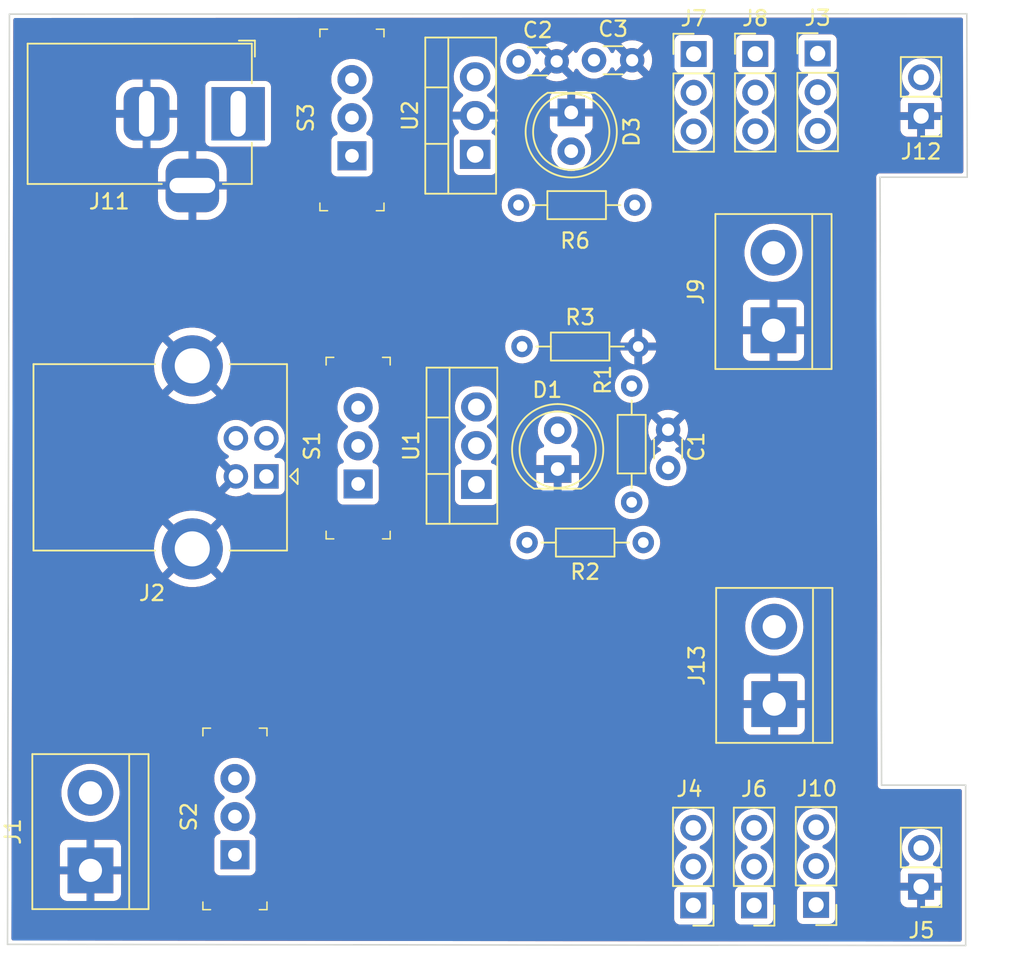
<source format=kicad_pcb>
(kicad_pcb (version 20211014) (generator pcbnew)
  (layers (0 "F.Cu" signal) (31 "B.Cu" signal) (34 "B.Paste" user) (35 "F.Paste" user) (36 "B.SilkS" user "B.Silkscreen") (37 "F.SilkS" user "F.Silkscreen") (38 "B.Mask" user) (39 "F.Mask" user) (44 "Edge.Cuts" user))
  (net 0 "")
  (net 1 "/3V3_Regulator")
  (net 2 "GND")
  (net 3 "/12V_BarrelJack")
  (net 4 "/5V_Regulator")
  (net 5 "Net-(D1-Pad2)")
  (net 6 "Net-(D3-Pad2)")
  (net 7 "Net-(J1-Pad2)")
  (net 8 "Net-(J2-Pad1)")
  (net 11 "/V_USB{slash}Regulator")
  (net 12 "Net-(J3-Pad2)")
  (net 13 "/V_ScrewTerminal")
  (net 14 "Net-(J4-Pad2)")
  (net 15 "/5V_USB")
  (net 16 "/V_Regulator{slash}USB")
  (net 17 "Net-(J7-Pad2)")
  (net 18 "Net-(J10-Pad2)")
  (net 19 "Net-(J11-Pad1)")
  (net 20 "Net-(R2-Pad2)")
  (footprint "digikey-footprints:Switch_Slide_11.6x4mm_EG1218" (layer "F.Cu") (at 173.482 78.6562 90)
    (fp_text reference "S1" (at 2.49 -3.02 90) (layer "F.SilkS"))
    (fp_text value "EG1218")
    (fp_line (start 8.3 2.1) (end 8.3 1.6) (layer "F.SilkS") (width 0.1))
    (fp_line (start -3.6 2.1) (end -3.1 2.1) (layer "F.SilkS") (width 0.1))
    (fp_line (start 8.3 -2.1) (end 8.3 -1.6) (layer "F.SilkS") (width 0.1))
    (fp_line (start -3.6 2.1) (end -3.6 1.6) (layer "F.SilkS") (width 0.1))
    (fp_line (start -3.6 -2.1) (end -3.6 -1.6) (layer "F.SilkS") (width 0.1))
    (fp_line (start 8.3 -2.1) (end 7.8 -2.1) (layer "F.SilkS") (width 0.1))
    (fp_line (start -3.6 -2.1) (end -3.1 -2.1) (layer "F.SilkS") (width 0.1))
    (fp_line (start 8.3 2.1) (end 7.8 2.1) (layer "F.SilkS") (width 0.1))
    (pad "1" thru_hole rect locked (at 0 0 90) (size 1.9 1.9) (drill 0.9) (layers *.Cu *.Mask) (net 15 "/5V_USB"))
    (pad "2" thru_hole circle locked (at 2.5 0 90) (size 1.9 1.9) (drill 0.9) (layers *.Cu *.Mask) (net 8 "Net-(J2-Pad1)"))
    (pad "3" thru_hole circle locked (at 5 0 90) (size 1.9 1.9) (drill 0.9) (layers *.Cu *.Mask))
  )
  (footprint "Resistor_THT:R_Axial_DIN0204_L3.6mm_D1.6mm_P7.62mm_Horizontal" (layer "F.Cu") (at 191.4144 79.8576 90)
    (fp_text reference "R1" (at 8.0264 -1.8796 90) (layer "F.SilkS"))
    (fp_text value "220")
    (fp_line (start 1.89 0.92) (end 5.73 0.92) (layer "F.SilkS") (width 0.12))
    (fp_line (start 6.68 0) (end 5.73 0) (layer "F.SilkS") (width 0.12))
    (fp_line (start 1.89 -0.92) (end 1.89 0.92) (layer "F.SilkS") (width 0.12))
    (fp_line (start 5.73 0.92) (end 5.73 -0.92) (layer "F.SilkS") (width 0.12))
    (fp_line (start 5.73 -0.92) (end 1.89 -0.92) (layer "F.SilkS") (width 0.12))
    (fp_line (start 0.94 0) (end 1.89 0) (layer "F.SilkS") (width 0.12))
    (pad "1" thru_hole circle (at 0 0 90) (size 1.4 1.4) (drill 0.7) (layers *.Cu *.Mask) (net 15 "/5V_USB"))
    (pad "2" thru_hole oval (at 7.62 0 90) (size 1.4 1.4) (drill 0.7) (layers *.Cu *.Mask) (net 5 "Net-(D1-Pad2)"))
  )
  (footprint "TerminalBlock:TerminalBlock_bornier-2_P5.08mm" (layer "F.Cu") (at 155.9306 103.9876 90)
    (fp_text reference "J1" (at 2.54 -5.08 90) (layer "F.SilkS"))
    (fp_text value "Screw_Terminal_01x02")
    (fp_line (start -2.54 3.81) (end 7.62 3.81) (layer "F.SilkS") (width 0.12))
    (fp_line (start 7.62 3.81) (end 7.62 -3.81) (layer "F.SilkS") (width 0.12))
    (fp_line (start 7.62 -3.81) (end -2.54 -3.81) (layer "F.SilkS") (width 0.12))
    (fp_line (start 7.62 2.54) (end -2.54 2.54) (layer "F.SilkS") (width 0.12))
    (fp_line (start -2.54 -3.81) (end -2.54 3.81) (layer "F.SilkS") (width 0.12))
    (pad "1" thru_hole rect (at 0 0 90) (size 3 3) (drill 1.52) (layers *.Cu *.Mask) (net 2 "GND"))
    (pad "2" thru_hole circle (at 5.08 0 90) (size 3 3) (drill 1.52) (layers *.Cu *.Mask) (net 7 "Net-(J1-Pad2)"))
  )
  (footprint "digikey-footprints:Switch_Slide_11.6x4mm_EG1218" (layer "F.Cu") (at 165.4048 102.964 90)
    (fp_text reference "S2" (at 2.49 -3.02 90) (layer "F.SilkS"))
    (fp_text value "EG1218")
    (fp_line (start 8.3 2.1) (end 7.8 2.1) (layer "F.SilkS") (width 0.1))
    (fp_line (start 8.3 2.1) (end 8.3 1.6) (layer "F.SilkS") (width 0.1))
    (fp_line (start -3.6 -2.1) (end -3.1 -2.1) (layer "F.SilkS") (width 0.1))
    (fp_line (start 8.3 -2.1) (end 7.8 -2.1) (layer "F.SilkS") (width 0.1))
    (fp_line (start -3.6 2.1) (end -3.1 2.1) (layer "F.SilkS") (width 0.1))
    (fp_line (start -3.6 -2.1) (end -3.6 -1.6) (layer "F.SilkS") (width 0.1))
    (fp_line (start 8.3 -2.1) (end 8.3 -1.6) (layer "F.SilkS") (width 0.1))
    (fp_line (start -3.6 2.1) (end -3.6 1.6) (layer "F.SilkS") (width 0.1))
    (pad "1" thru_hole rect locked (at 0 0 90) (size 1.9 1.9) (drill 0.9) (layers *.Cu *.Mask) (net 13 "/V_ScrewTerminal"))
    (pad "2" thru_hole circle locked (at 2.5 0 90) (size 1.9 1.9) (drill 0.9) (layers *.Cu *.Mask) (net 7 "Net-(J1-Pad2)"))
    (pad "3" thru_hole circle locked (at 5 0 90) (size 1.9 1.9) (drill 0.9) (layers *.Cu *.Mask))
  )
  (footprint "Package_TO_SOT_THT:TO-220-3_Vertical" (layer "F.Cu") (at 181.2342 78.6892 90)
    (fp_text reference "U1" (at 2.54 -4.27 90) (layer "F.SilkS"))
    (fp_text value "LM317_TO-220")
    (fp_line (start 4.391 -3.27) (end 4.391 -1.76) (layer "F.SilkS") (width 0.12))
    (fp_line (start 0.69 -3.27) (end 0.69 -1.76) (layer "F.SilkS") (width 0.12))
    (fp_line (start -2.58 -1.76) (end 7.66 -1.76) (layer "F.SilkS") (width 0.12))
    (fp_line (start 7.66 -3.27) (end 7.66 1.371) (layer "F.SilkS") (width 0.12))
    (fp_line (start -2.58 -3.27) (end -2.58 1.371) (layer "F.SilkS") (width 0.12))
    (fp_line (start -2.58 1.371) (end 7.66 1.371) (layer "F.SilkS") (width 0.12))
    (fp_line (start -2.58 -3.27) (end 7.66 -3.27) (layer "F.SilkS") (width 0.12))
    (pad "1" thru_hole rect (at 0 0 90) (size 1.905 2) (drill 1.1) (layers *.Cu *.Mask) (net 20 "Net-(R2-Pad2)"))
    (pad "2" thru_hole oval (at 2.54 0 90) (size 1.905 2) (drill 1.1) (layers *.Cu *.Mask) (net 1 "/3V3_Regulator"))
    (pad "3" thru_hole oval (at 5.08 0 90) (size 1.905 2) (drill 1.1) (layers *.Cu *.Mask) (net 3 "/12V_BarrelJack"))
  )
  (footprint "LED_THT:LED_D5.0mm" (layer "F.Cu") (at 186.563 77.6782 90)
    (fp_text reference "D1" (at 5.1866 -0.6858 180) (layer "F.SilkS"))
    (fp_text value "LED")
    (fp_line (start -1.29 -1.545) (end -1.29 1.545) (layer "F.SilkS") (width 0.12))
    (fp_arc (start -1.29 -1.54483) (mid 2.072002 -2.880433) (end 4.26 0.000462) (layer "F.SilkS") (width 0.12))
    (fp_arc (start 4.26 -0.000462) (mid 2.072002 2.880433) (end -1.29 1.54483) (layer "F.SilkS") (width 0.12))
    (fp_circle (center 1.27 0) (end 3.77 0) (layer "F.SilkS") (width 0.12) (fill none))
    (pad "1" thru_hole rect (at 0 0 90) (size 1.8 1.8) (drill 0.9) (layers *.Cu *.Mask) (net 2 "GND"))
    (pad "2" thru_hole circle (at 2.54 0 90) (size 1.8 1.8) (drill 0.9) (layers *.Cu *.Mask) (net 5 "Net-(D1-Pad2)"))
  )
  (footprint "Capacitor_THT:C_Disc_D3.0mm_W1.6mm_P2.50mm" (layer "F.Cu") (at 193.802 77.6024 90)
    (fp_text reference "C1" (at 1.377 1.8542 90) (layer "F.SilkS"))
    (fp_text value "1u")
    (fp_line (start 0.621 -0.92) (end 1.879 -0.92) (layer "F.SilkS") (width 0.12))
    (fp_line (start 0.621 0.92) (end 1.879 0.92) (layer "F.SilkS") (width 0.12))
    (pad "1" thru_hole circle (at 0 0 90) (size 1.6 1.6) (drill 0.8) (layers *.Cu *.Mask) (net 1 "/3V3_Regulator"))
    (pad "2" thru_hole circle (at 2.5 0 90) (size 1.6 1.6) (drill 0.8) (layers *.Cu *.Mask) (net 2 "GND"))
  )
  (footprint "Connector_PinHeader_2.54mm:PinHeader_1x03_P2.54mm_Vertical" (layer "F.Cu") (at 203.6064 50.434)
    (fp_text reference "J3" (at 0 -2.33) (layer "F.SilkS"))
    (fp_text value "Conn_01x03_Male")
    (fp_line (start -1.33 0) (end -1.33 -1.33) (layer "F.SilkS") (width 0.12))
    (fp_line (start -1.33 1.27) (end -1.33 6.41) (layer "F.SilkS") (width 0.12))
    (fp_line (start -1.33 1.27) (end 1.33 1.27) (layer "F.SilkS") (width 0.12))
    (fp_line (start 1.33 1.27) (end 1.33 6.41) (layer "F.SilkS") (width 0.12))
    (fp_line (start -1.33 6.41) (end 1.33 6.41) (layer "F.SilkS") (width 0.12))
    (fp_line (start -1.33 -1.33) (end 0 -1.33) (layer "F.SilkS") (width 0.12))
    (pad "1" thru_hole rect (at 0 0) (size 1.7 1.7) (drill 1) (layers *.Cu *.Mask) (net 11 "/V_USB{slash}Regulator"))
    (pad "2" thru_hole oval (at 0 2.54) (size 1.7 1.7) (drill 1) (layers *.Cu *.Mask) (net 12 "Net-(J3-Pad2)"))
    (pad "3" thru_hole oval (at 0 5.08) (size 1.7 1.7) (drill 1) (layers *.Cu *.Mask) (net 13 "/V_ScrewTerminal"))
  )
  (footprint "Resistor_THT:R_Axial_DIN0204_L3.6mm_D1.6mm_P7.62mm_Horizontal" (layer "F.Cu") (at 183.9976 60.3758)
    (fp_text reference "R6" (at 3.7084 2.3368) (layer "F.SilkS"))
    (fp_text value "330")
    (fp_line (start 1.89 -0.92) (end 1.89 0.92) (layer "F.SilkS") (width 0.12))
    (fp_line (start 1.89 0.92) (end 5.73 0.92) (layer "F.SilkS") (width 0.12))
    (fp_line (start 6.68 0) (end 5.73 0) (layer "F.SilkS") (width 0.12))
    (fp_line (start 5.73 0.92) (end 5.73 -0.92) (layer "F.SilkS") (width 0.12))
    (fp_line (start 5.73 -0.92) (end 1.89 -0.92) (layer "F.SilkS") (width 0.12))
    (fp_line (start 0.94 0) (end 1.89 0) (layer "F.SilkS") (width 0.12))
    (pad "1" thru_hole circle (at 0 0) (size 1.4 1.4) (drill 0.7) (layers *.Cu *.Mask) (net 3 "/12V_BarrelJack"))
    (pad "2" thru_hole oval (at 7.62 0) (size 1.4 1.4) (drill 0.7) (layers *.Cu *.Mask) (net 6 "Net-(D3-Pad2)"))
  )
  (footprint "Connector_PinHeader_2.54mm:PinHeader_1x03_P2.54mm_Vertical" (layer "F.Cu") (at 203.5048 106.2482 180)
    (fp_text reference "J10" (at -0.0508 7.62) (layer "F.SilkS"))
    (fp_text value "Conn_01x03_Male")
    (fp_line (start -1.33 6.41) (end 1.33 6.41) (layer "F.SilkS") (width 0.12))
    (fp_line (start -1.33 -1.33) (end 0 -1.33) (layer "F.SilkS") (width 0.12))
    (fp_line (start -1.33 1.27) (end -1.33 6.41) (layer "F.SilkS") (width 0.12))
    (fp_line (start -1.33 0) (end -1.33 -1.33) (layer "F.SilkS") (width 0.12))
    (fp_line (start -1.33 1.27) (end 1.33 1.27) (layer "F.SilkS") (width 0.12))
    (fp_line (start 1.33 1.27) (end 1.33 6.41) (layer "F.SilkS") (width 0.12))
    (pad "1" thru_hole rect (at 0 0 180) (size 1.7 1.7) (drill 1) (layers *.Cu *.Mask) (net 11 "/V_USB{slash}Regulator"))
    (pad "2" thru_hole oval (at 0 2.54 180) (size 1.7 1.7) (drill 1) (layers *.Cu *.Mask) (net 18 "Net-(J10-Pad2)"))
    (pad "3" thru_hole oval (at 0 5.08 180) (size 1.7 1.7) (drill 1) (layers *.Cu *.Mask) (net 13 "/V_ScrewTerminal"))
  )
  (footprint "Connector_BarrelJack:BarrelJack_Horizontal" (layer "F.Cu") (at 165.6136 54.3891)
    (fp_text reference "J11" (at -8.45 5.75) (layer "F.SilkS"))
    (fp_text value "Barrel_Jack_Switch")
    (fp_line (start 0.9 -4.6) (end 0.9 -2) (layer "F.SilkS") (width 0.12))
    (fp_line (start 0.9 1.9) (end 0.9 4.6) (layer "F.SilkS") (width 0.12))
    (fp_line (start 1.1 -3.75) (end 1.1 -4.8) (layer "F.SilkS") (width 0.12))
    (fp_line (start -13.8 -4.6) (end 0.9 -4.6) (layer "F.SilkS") (width 0.12))
    (fp_line (start 0.05 -4.8) (end 1.1 -4.8) (layer "F.SilkS") (width 0.12))
    (fp_line (start 0.9 4.6) (end -1 4.6) (layer "F.SilkS") (width 0.12))
    (fp_line (start -5 4.6) (end -13.8 4.6) (layer "F.SilkS") (width 0.12))
    (fp_line (start -13.8 4.6) (end -13.8 -4.6) (layer "F.SilkS") (width 0.12))
    (pad "1" thru_hole rect (at 0 0) (size 3.5 3.5) (drill oval 1 3) (layers *.Cu *.Mask) (net 19 "Net-(J11-Pad1)"))
    (pad "2" thru_hole roundrect (at -6 0) (size 3 3.5) (drill oval 1 3) (layers *.Cu *.Mask) (net 2 "GND"))
    (pad "3" thru_hole roundrect (at -3 4.7) (size 3.5 3.5) (drill oval 3 1) (layers *.Cu *.Mask) (net 2 "GND"))
  )
  (footprint "Connector_USB:USB_B_Lumberg_2411_02_Horizontal" (layer "F.Cu") (at 167.4679 78.1612 180)
    (fp_text reference "J2" (at 7.5 -7.65) (layer "F.SilkS"))
    (fp_text value "USB_B")
    (fp_line (start 15.27 7.36) (end 7.3 7.36) (layer "F.SilkS") (width 0.12))
    (fp_line (start 15.27 7.36) (end 15.27 -4.86) (layer "F.SilkS") (width 0.12))
    (fp_line (start -1.35 -4.86) (end 2.4 -4.86) (layer "F.SilkS") (width 0.12))
    (fp_line (start -1.35 7.36) (end 2.4 7.36) (layer "F.SilkS") (width 0.12))
    (fp_line (start -1.35 7.36) (end -1.35 -4.86) (layer "F.SilkS") (width 0.12))
    (fp_line (start -1.55 0) (end -2.05 -0.5) (layer "F.SilkS") (width 0.12))
    (fp_line (start -2.05 0.5) (end -1.55 0) (layer "F.SilkS") (width 0.12))
    (fp_line (start -2.05 -0.5) (end -2.05 0.5) (layer "F.SilkS") (width 0.12))
    (fp_line (start 15.27 -4.86) (end 7.3 -4.86) (layer "F.SilkS") (width 0.12))
    (pad "1" thru_hole rect (at 0 0 270) (size 1.6 1.6) (drill 0.95) (layers *.Cu *.Mask) (net 8 "Net-(J2-Pad1)"))
    (pad "2" thru_hole circle (at 0 2.5 270) (size 1.6 1.6) (drill 0.95) (layers *.Cu *.Mask))
    (pad "3" thru_hole circle (at 2 2.5 270) (size 1.6 1.6) (drill 0.95) (layers *.Cu *.Mask))
    (pad "4" thru_hole circle (at 2 0 270) (size 1.6 1.6) (drill 0.95) (layers *.Cu *.Mask) (net 2 "GND"))
    (pad "5" thru_hole circle (at 4.86 7.25 270) (size 4 4) (drill 2.3) (layers *.Cu *.Mask) (net 2 "GND"))
    (pad "5" thru_hole circle (at 4.86 -4.75 270) (size 4 4) (drill 2.3) (layers *.Cu *.Mask) (net 2 "GND"))
  )
  (footprint "Resistor_THT:R_Axial_DIN0204_L3.6mm_D1.6mm_P7.62mm_Horizontal" (layer "F.Cu") (at 184.2262 69.6468)
    (fp_text reference "R3" (at 3.81 -1.92) (layer "F.SilkS"))
    (fp_text value "560")
    (fp_line (start 1.89 0.92) (end 5.73 0.92) (layer "F.SilkS") (width 0.12))
    (fp_line (start 6.68 0) (end 5.73 0) (layer "F.SilkS") (width 0.12))
    (fp_line (start 1.89 -0.92) (end 1.89 0.92) (layer "F.SilkS") (width 0.12))
    (fp_line (start 5.73 0.92) (end 5.73 -0.92) (layer "F.SilkS") (width 0.12))
    (fp_line (start 0.94 0) (end 1.89 0) (layer "F.SilkS") (width 0.12))
    (fp_line (start 5.73 -0.92) (end 1.89 -0.92) (layer "F.SilkS") (width 0.12))
    (pad "1" thru_hole circle (at 0 0) (size 1.4 1.4) (drill 0.7) (layers *.Cu *.Mask) (net 20 "Net-(R2-Pad2)"))
    (pad "2" thru_hole oval (at 7.62 0) (size 1.4 1.4) (drill 0.7) (layers *.Cu *.Mask) (net 2 "GND"))
  )
  (footprint "TerminalBlock:TerminalBlock_bornier-2_P5.08mm" (layer "F.Cu") (at 200.7108 68.58 90)
    (fp_text reference "J9" (at 2.54 -5.08 90) (layer "F.SilkS"))
    (fp_text value "Screw_Terminal_01x02")
    (fp_line (start 7.62 -3.81) (end -2.54 -3.81) (layer "F.SilkS") (width 0.12))
    (fp_line (start -2.54 3.81) (end 7.62 3.81) (layer "F.SilkS") (width 0.12))
    (fp_line (start -2.54 -3.81) (end -2.54 3.81) (layer "F.SilkS") (width 0.12))
    (fp_line (start 7.62 3.81) (end 7.62 -3.81) (layer "F.SilkS") (width 0.12))
    (fp_line (start 7.62 2.54) (end -2.54 2.54) (layer "F.SilkS") (width 0.12))
    (pad "1" thru_hole rect (at 0 0 90) (size 3 3) (drill 1.52) (layers *.Cu *.Mask) (net 2 "GND"))
    (pad "2" thru_hole circle (at 5.08 0 90) (size 3 3) (drill 1.52) (layers *.Cu *.Mask) (net 12 "Net-(J3-Pad2)"))
  )
  (footprint "TerminalBlock:TerminalBlock_bornier-2_P5.08mm" (layer "F.Cu") (at 200.7616 93.091 90)
    (fp_text reference "J13" (at 2.54 -5.08 90) (layer "F.SilkS"))
    (fp_text value "Screw_Terminal_01x02")
    (fp_line (start -2.54 -3.81) (end -2.54 3.81) (layer "F.SilkS") (width 0.12))
    (fp_line (start -2.54 3.81) (end 7.62 3.81) (layer "F.SilkS") (width 0.12))
    (fp_line (start 7.62 3.81) (end 7.62 -3.81) (layer "F.SilkS") (width 0.12))
    (fp_line (start 7.62 -3.81) (end -2.54 -3.81) (layer "F.SilkS") (width 0.12))
    (fp_line (start 7.62 2.54) (end -2.54 2.54) (layer "F.SilkS") (width 0.12))
    (pad "1" thru_hole rect (at 0 0 90) (size 3 3) (drill 1.52) (layers *.Cu *.Mask) (net 2 "GND"))
    (pad "2" thru_hole circle (at 5.08 0 90) (size 3 3) (drill 1.52) (layers *.Cu *.Mask) (net 18 "Net-(J10-Pad2)"))
  )
  (footprint "LED_THT:LED_D5.0mm" (layer "F.Cu") (at 187.452 54.3002 -90)
    (fp_text reference "D3" (at 1.27 -3.96 90) (layer "F.SilkS"))
    (fp_text value "LED")
    (fp_line (start -1.29 -1.545) (end -1.29 1.545) (layer "F.SilkS") (width 0.12))
    (fp_arc (start 4.26 -0.000462) (mid 2.072002 2.880433) (end -1.29 1.54483) (layer "F.SilkS") (width 0.12))
    (fp_arc (start -1.29 -1.54483) (mid 2.072002 -2.880433) (end 4.26 0.000462) (layer "F.SilkS") (width 0.12))
    (fp_circle (center 1.27 0) (end 3.77 0) (layer "F.SilkS") (width 0.12) (fill none))
    (pad "1" thru_hole rect (at 0 0 270) (size 1.8 1.8) (drill 0.9) (layers *.Cu *.Mask) (net 2 "GND"))
    (pad "2" thru_hole circle (at 2.54 0 270) (size 1.8 1.8) (drill 0.9) (layers *.Cu *.Mask) (net 6 "Net-(D3-Pad2)"))
  )
  (footprint "Connector_PinHeader_2.54mm:PinHeader_1x02_P2.54mm_Vertical" (layer "F.Cu") (at 210.3882 54.5388 180)
    (fp_text reference "J12" (at 0 -2.33) (layer "F.SilkS"))
    (fp_text value "Conn_01x02_Male")
    (fp_line (start -1.33 1.27) (end 1.33 1.27) (layer "F.SilkS") (width 0.12))
    (fp_line (start -1.33 -1.33) (end 0 -1.33) (layer "F.SilkS") (width 0.12))
    (fp_line (start -1.33 0) (end -1.33 -1.33) (layer "F.SilkS") (width 0.12))
    (fp_line (start 1.33 1.27) (end 1.33 3.87) (layer "F.SilkS") (width 0.12))
    (fp_line (start -1.33 1.27) (end -1.33 3.87) (layer "F.SilkS") (width 0.12))
    (fp_line (start -1.33 3.87) (end 1.33 3.87) (layer "F.SilkS") (width 0.12))
    (pad "1" thru_hole rect locked (at 0 0 180) (size 1.7 1.7) (drill 1) (layers *.Cu *.Mask) (net 2 "GND"))
    (pad "2" thru_hole oval locked (at 0 2.54 180) (size 1.7 1.7) (drill 1) (layers *.Cu *.Mask) (net 18 "Net-(J10-Pad2)"))
  )
  (footprint "Resistor_THT:R_Axial_DIN0204_L3.6mm_D1.6mm_P7.62mm_Horizontal" (layer "F.Cu") (at 192.1764 82.4992 180)
    (fp_text reference "R2" (at 3.81 -1.92) (layer "F.SilkS"))
    (fp_text value "330")
    (fp_line (start 1.89 0.92) (end 5.73 0.92) (layer "F.SilkS") (width 0.12))
    (fp_line (start 5.73 -0.92) (end 1.89 -0.92) (layer "F.SilkS") (width 0.12))
    (fp_line (start 1.89 -0.92) (end 1.89 0.92) (layer "F.SilkS") (width 0.12))
    (fp_line (start 0.94 0) (end 1.89 0) (layer "F.SilkS") (width 0.12))
    (fp_line (start 6.68 0) (end 5.73 0) (layer "F.SilkS") (width 0.12))
    (fp_line (start 5.73 0.92) (end 5.73 -0.92) (layer "F.SilkS") (width 0.12))
    (pad "1" thru_hole circle (at 0 0 180) (size 1.4 1.4) (drill 0.7) (layers *.Cu *.Mask) (net 1 "/3V3_Regulator"))
    (pad "2" thru_hole oval (at 7.62 0 180) (size 1.4 1.4) (drill 0.7) (layers *.Cu *.Mask) (net 20 "Net-(R2-Pad2)"))
  )
  (footprint "Connector_PinHeader_2.54mm:PinHeader_1x02_P2.54mm_Vertical" (layer "F.Cu") (at 210.3882 105.0594 180)
    (fp_text reference "J5" (at -0.0254 -2.8652) (layer "F.SilkS"))
    (fp_text value "Conn_01x02_Male")
    (fp_line (start -1.33 -1.33) (end 0 -1.33) (layer "F.SilkS") (width 0.12))
    (fp_line (start -1.33 0) (end -1.33 -1.33) (layer "F.SilkS") (width 0.12))
    (fp_line (start -1.33 3.87) (end 1.33 3.87) (layer "F.SilkS") (width 0.12))
    (fp_line (start -1.33 1.27) (end 1.33 1.27) (layer "F.SilkS") (width 0.12))
    (fp_line (start -1.33 1.27) (end -1.33 3.87) (layer "F.SilkS") (width 0.12))
    (fp_line (start 1.33 1.27) (end 1.33 3.87) (layer "F.SilkS") (width 0.12))
    (pad "1" thru_hole rect locked (at 0 0 180) (size 1.7 1.7) (drill 1) (layers *.Cu *.Mask) (net 2 "GND"))
    (pad "2" thru_hole oval locked (at 0 2.54 180) (size 1.7 1.7) (drill 1) (layers *.Cu *.Mask) (net 12 "Net-(J3-Pad2)"))
  )
  (footprint "Connector_PinHeader_2.54mm:PinHeader_1x03_P2.54mm_Vertical" (layer "F.Cu") (at 199.4408 106.284 180)
    (fp_text reference "J6" (at 0 7.6304) (layer "F.SilkS"))
    (fp_text value "Conn_01x03_Male")
    (fp_line (start -1.33 0) (end -1.33 -1.33) (layer "F.SilkS") (width 0.12))
    (fp_line (start 1.33 1.27) (end 1.33 6.41) (layer "F.SilkS") (width 0.12))
    (fp_line (start -1.33 1.27) (end 1.33 1.27) (layer "F.SilkS") (width 0.12))
    (fp_line (start -1.33 -1.33) (end 0 -1.33) (layer "F.SilkS") (width 0.12))
    (fp_line (start -1.33 6.41) (end 1.33 6.41) (layer "F.SilkS") (width 0.12))
    (fp_line (start -1.33 1.27) (end -1.33 6.41) (layer "F.SilkS") (width 0.12))
    (pad "1" thru_hole rect (at 0 0 180) (size 1.7 1.7) (drill 1) (layers *.Cu *.Mask) (net 14 "Net-(J4-Pad2)"))
    (pad "2" thru_hole oval (at 0 2.54 180) (size 1.7 1.7) (drill 1) (layers *.Cu *.Mask) (net 16 "/V_Regulator{slash}USB"))
    (pad "3" thru_hole oval (at 0 5.08 180) (size 1.7 1.7) (drill 1) (layers *.Cu *.Mask) (net 1 "/3V3_Regulator"))
  )
  (footprint "Capacitor_THT:C_Disc_D3.0mm_W1.6mm_P2.50mm" (layer "F.Cu") (at 183.9976 50.9524)
    (fp_text reference "C2" (at 1.25 -2.05) (layer "F.SilkS"))
    (fp_text value "10uf")
    (fp_line (start 0.621 -0.92) (end 1.879 -0.92) (layer "F.SilkS") (width 0.12))
    (fp_line (start 0.621 0.92) (end 1.879 0.92) (layer "F.SilkS") (width 0.12))
    (pad "1" thru_hole circle (at 0 0) (size 1.6 1.6) (drill 0.8) (layers *.Cu *.Mask) (net 3 "/12V_BarrelJack"))
    (pad "2" thru_hole circle (at 2.5 0) (size 1.6 1.6) (drill 0.8) (layers *.Cu *.Mask) (net 2 "GND"))
  )
  (footprint "Connector_PinHeader_2.54mm:PinHeader_1x03_P2.54mm_Vertical" (layer "F.Cu") (at 199.517 50.4594)
    (fp_text reference "J8" (at 0 -2.33) (layer "F.SilkS"))
    (fp_text value "Conn_01x03_Male")
    (fp_line (start -1.33 6.41) (end 1.33 6.41) (layer "F.SilkS") (width 0.12))
    (fp_line (start -1.33 0) (end -1.33 -1.33) (layer "F.SilkS") (width 0.12))
    (fp_line (start -1.33 1.27) (end -1.33 6.41) (layer "F.SilkS") (width 0.12))
    (fp_line (start -1.33 -1.33) (end 0 -1.33) (layer "F.SilkS") (width 0.12))
    (fp_line (start -1.33 1.27) (end 1.33 1.27) (layer "F.SilkS") (width 0.12))
    (fp_line (start 1.33 1.27) (end 1.33 6.41) (layer "F.SilkS") (width 0.12))
    (pad "1" thru_hole rect (at 0 0) (size 1.7 1.7) (drill 1) (layers *.Cu *.Mask) (net 17 "Net-(J7-Pad2)"))
    (pad "2" thru_hole oval (at 0 2.54) (size 1.7 1.7) (drill 1) (layers *.Cu *.Mask) (net 16 "/V_Regulator{slash}USB"))
    (pad "3" thru_hole oval (at 0 5.08) (size 1.7 1.7) (drill 1) (layers *.Cu *.Mask) (net 1 "/3V3_Regulator"))
  )
  (footprint "Capacitor_THT:C_Disc_D3.0mm_W1.6mm_P2.50mm" (layer "F.Cu") (at 188.9452 50.8762)
    (fp_text reference "C3" (at 1.25 -2.05) (layer "F.SilkS"))
    (fp_text value "0.1")
    (fp_line (start 0.621 -0.92) (end 1.879 -0.92) (layer "F.SilkS") (width 0.12))
    (fp_line (start 0.621 0.92) (end 1.879 0.92) (layer "F.SilkS") (width 0.12))
    (pad "1" thru_hole circle (at 0 0) (size 1.6 1.6) (drill 0.8) (layers *.Cu *.Mask) (net 4 "/5V_Regulator"))
    (pad "2" thru_hole circle (at 2.5 0) (size 1.6 1.6) (drill 0.8) (layers *.Cu *.Mask) (net 2 "GND"))
  )
  (footprint "digikey-footprints:Switch_Slide_11.6x4mm_EG1218" (layer "F.Cu") (at 173.0756 57.1424 90)
    (fp_text reference "S3" (at 2.49 -3.02 90) (layer "F.SilkS"))
    (fp_text value "EG1218")
    (fp_line (start 8.3 2.1) (end 7.8 2.1) (layer "F.SilkS") (width 0.1))
    (fp_line (start 8.3 2.1) (end 8.3 1.6) (layer "F.SilkS") (width 0.1))
    (fp_line (start -3.6 -2.1) (end -3.6 -1.6) (layer "F.SilkS") (width 0.1))
    (fp_line (start 8.3 -2.1) (end 8.3 -1.6) (layer "F.SilkS") (width 0.1))
    (fp_line (start -3.6 2.1) (end -3.6 1.6) (layer "F.SilkS") (width 0.1))
    (fp_line (start 8.3 -2.1) (end 7.8 -2.1) (layer "F.SilkS") (width 0.1))
    (fp_line (start -3.6 2.1) (end -3.1 2.1) (layer "F.SilkS") (width 0.1))
    (fp_line (start -3.6 -2.1) (end -3.1 -2.1) (layer "F.SilkS") (width 0.1))
    (pad "1" thru_hole rect locked (at 0 0 90) (size 1.9 1.9) (drill 0.9) (layers *.Cu *.Mask) (net 3 "/12V_BarrelJack"))
    (pad "2" thru_hole circle locked (at 2.5 0 90) (size 1.9 1.9) (drill 0.9) (layers *.Cu *.Mask) (net 19 "Net-(J11-Pad1)"))
    (pad "3" thru_hole circle locked (at 5 0 90) (size 1.9 1.9) (drill 0.9) (layers *.Cu *.Mask))
  )
  (footprint "Connector_PinHeader_2.54mm:PinHeader_1x03_P2.54mm_Vertical" (layer "F.Cu") (at 195.4784 50.4698)
    (fp_text reference "J7" (at 0 -2.33) (layer "F.SilkS"))
    (fp_text value "Conn_01x03_Male")
    (fp_line (start -1.33 6.41) (end 1.33 6.41) (layer "F.SilkS") (width 0.12))
    (fp_line (start -1.33 1.27) (end 1.33 1.27) (layer "F.SilkS") (width 0.12))
    (fp_line (start -1.33 1.27) (end -1.33 6.41) (layer "F.SilkS") (width 0.12))
    (fp_line (start -1.33 -1.33) (end 0 -1.33) (layer "F.SilkS") (width 0.12))
    (fp_line (start -1.33 0) (end -1.33 -1.33) (layer "F.SilkS") (width 0.12))
    (fp_line (start 1.33 1.27) (end 1.33 6.41) (layer "F.SilkS") (width 0.12))
    (pad "1" thru_hole rect (at 0 0) (size 1.7 1.7) (drill 1) (layers *.Cu *.Mask) (net 4 "/5V_Regulator"))
    (pad "2" thru_hole oval (at 0 2.54) (size 1.7 1.7) (drill 1) (layers *.Cu *.Mask) (net 17 "Net-(J7-Pad2)"))
    (pad "3" thru_hole oval (at 0 5.08) (size 1.7 1.7) (drill 1) (layers *.Cu *.Mask) (net 15 "/5V_USB"))
  )
  (footprint "Connector_PinHeader_2.54mm:PinHeader_1x03_P2.54mm_Vertical" (layer "F.Cu") (at 195.453 106.284 180)
    (fp_text reference "J4" (at 0.254 7.6304) (layer "F.SilkS"))
    (fp_text value "Conn_01x03_Male")
    (fp_line (start -1.33 -1.33) (end 0 -1.33) (layer "F.SilkS") (width 0.12))
    (fp_line (start 1.33 1.27) (end 1.33 6.41) (layer "F.SilkS") (width 0.12))
    (fp_line (start -1.33 1.27) (end -1.33 6.41) (layer "F.SilkS") (width 0.12))
    (fp_line (start -1.33 6.41) (end 1.33 6.41) (layer "F.SilkS") (width 0.12))
    (fp_line (start -1.33 1.27) (end 1.33 1.27) (layer "F.SilkS") (width 0.12))
    (fp_line (start -1.33 0) (end -1.33 -1.33) (layer "F.SilkS") (width 0.12))
    (pad "1" thru_hole rect (at 0 0 180) (size 1.7 1.7) (drill 1) (layers *.Cu *.Mask) (net 4 "/5V_Regulator"))
    (pad "2" thru_hole oval (at 0 2.54 180) (size 1.7 1.7) (drill 1) (layers *.Cu *.Mask) (net 14 "Net-(J4-Pad2)"))
    (pad "3" thru_hole oval (at 0 5.08 180) (size 1.7 1.7) (drill 1) (layers *.Cu *.Mask) (net 15 "/5V_USB"))
  )
  (footprint "Package_TO_SOT_THT:TO-220-3_Vertical" (layer "F.Cu") (at 181.1528 57.0484 90)
    (fp_text reference "U2" (at 2.54 -4.27 90) (layer "F.SilkS"))
    (fp_text value "LM7805_TO220")
    (fp_line (start -2.58 -1.76) (end 7.66 -1.76) (layer "F.SilkS") (width 0.12))
    (fp_line (start 4.391 -3.27) (end 4.391 -1.76) (layer "F.SilkS") (width 0.12))
    (fp_line (start 0.69 -3.27) (end 0.69 -1.76) (layer "F.SilkS") (width 0.12))
    (fp_line (start 7.66 -3.27) (end 7.66 1.371) (layer "F.SilkS") (width 0.12))
    (fp_line (start -2.58 1.371) (end 7.66 1.371) (layer "F.SilkS") (width 0.12))
    (fp_line (start -2.58 -3.27) (end -2.58 1.371) (layer "F.SilkS") (width 0.12))
    (fp_line (start -2.58 -3.27) (end 7.66 -3.27) (layer "F.SilkS") (width 0.12))
    (pad "1" thru_hole rect (at 0 0 90) (size 1.905 2) (drill 1.1) (layers *.Cu *.Mask) (net 3 "/12V_BarrelJack"))
    (pad "2" thru_hole oval (at 2.54 0 90) (size 1.905 2) (drill 1.1) (layers *.Cu *.Mask) (net 2 "GND"))
    (pad "3" thru_hole oval (at 5.08 0 90) (size 1.905 2) (drill 1.1) (layers *.Cu *.Mask) (net 4 "/5V_Regulator"))
  )
  (gr_line locked (start 213.3854 47.8282) (end 213.4108 58.547) (layer "Edge.Cuts") (width 0.1))
  (gr_line locked (start 213.3092 98.3996) (end 213.3092 108.9152) (layer "Edge.Cuts") (width 0.1))
  (gr_line locked (start 207.6958 58.547) (end 213.4108 58.547) (layer "Edge.Cuts") (width 0.1))
  (gr_line (start 213.3854 47.8282) (end 150.622 47.8536) (layer "Edge.Cuts") (width 0.1))
  (gr_line locked (start 213.3092 98.3996) (end 207.7974 98.3996) (layer "Edge.Cuts") (width 0.1))
  (gr_line (start 150.622 47.8536) (end 150.495 108.839) (layer "Edge.Cuts") (width 0.1))
  (gr_line (start 150.495 108.839) (end 213.3092 108.9152) (layer "Edge.Cuts") (width 0.1))
  (gr_line locked (start 207.7974 98.3996) (end 207.6958 58.547) (layer "Edge.Cuts") (width 0.1))
  (zone (net 2) (net_name "GND") (layers F&B.Cu) (connect_pads (clearance 0.254)) (min_thickness 0.254) (fill yes (thermal_gap 0.508) (thermal_bridge_width 0.508))
    (polygon (pts (xy 213.36 58.4962) (xy 207.645 58.4962) (xy 207.7466 98.4758) (xy 213.2584 98.4504) (xy 213.2584 108.8644) (xy 150.5458 108.7882) (xy 150.6728 47.9044) (xy 213.3346 47.879)))
  )
)
</source>
